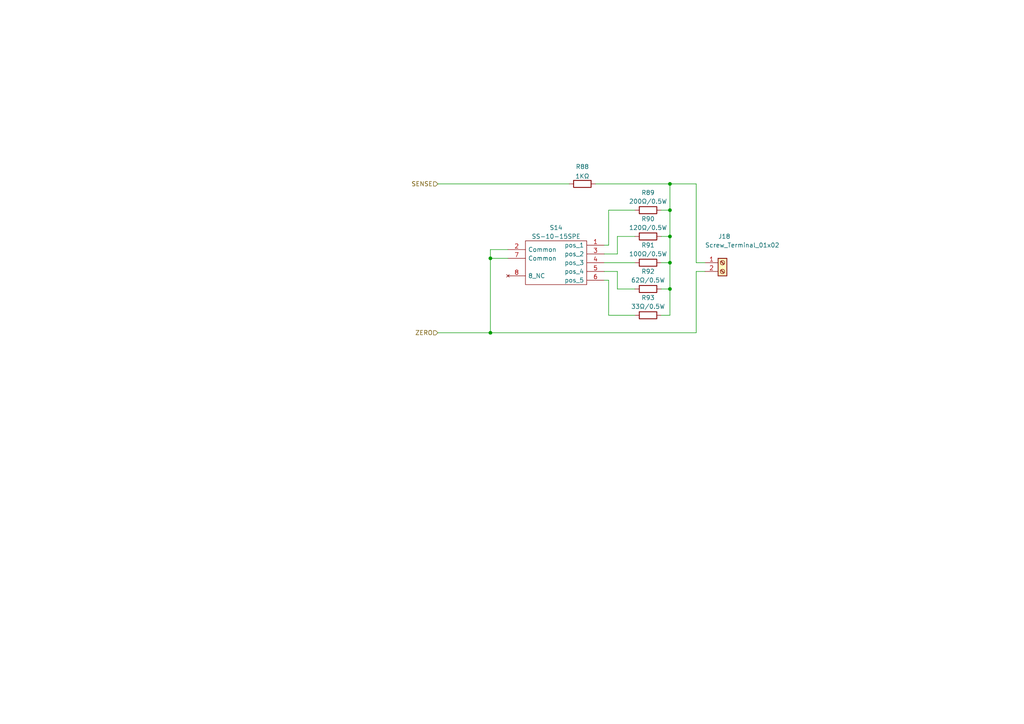
<source format=kicad_sch>
(kicad_sch (version 20211123) (generator eeschema)
  (paper "A4")
  (lib_symbols
    (symbol "Connector:Screw_Terminal_01x02" (pin_names (offset 1.016) hide)
      (property "Reference" "J" (at 0 2.54 0))
      (property "Value" "Screw_Terminal_01x02" (at 0 -5.08 0))
      (symbol "Screw_Terminal_01x02_1_1"
        (rectangle (start -1.27 1.27) (end 1.27 -3.81) (stroke (width 0.254)) (fill (type background)))
        (circle (center 0 -2.54) (radius 0.635) (stroke (width 0.1524)))
        (polyline (pts (xy -0.5334 -2.2098) (xy 0.3302 -3.048)) (stroke (width 0.1524)))
        (polyline (pts (xy -0.5334 0.3302) (xy 0.3302 -0.508)) (stroke (width 0.1524)))
        (polyline (pts (xy -0.3556 -2.032) (xy 0.508 -2.8702)) (stroke (width 0.1524)))
        (polyline (pts (xy -0.3556 0.508) (xy 0.508 -0.3302)) (stroke (width 0.1524)))
        (circle (center 0 0) (radius 0.635) (stroke (width 0.1524)))
        (pin passive line (at -5.08 0 0) (length 3.81) (name "Pin_1") (number "1"))
        (pin passive line (at -5.08 -2.54 0) (length 3.81) (name "Pin_2") (number "2"))
      )
    )
    (symbol "Device:R" (pin_numbers hide) (pin_names (offset 0))
      (property "Reference" "R" (at 2.032 0 90))
      (property "Value" "R" (at 0 0 90))
      (symbol "R_0_1"
        (rectangle (start -1.016 -2.54) (end 1.016 2.54) (stroke (width 0.254)))
      )
      (symbol "R_1_1"
        (pin passive line (at 0 3.81 270) (length 1.27) (name "~") (number "1"))
        (pin passive line (at 0 -3.81 90) (length 1.27) (name "~") (number "2"))
      )
    )
    (symbol "mylife-symbols:SS-10-15SPE" (pin_names (offset 0.762))
      (property "Reference" "S" (at -1.27 10.16 0))
      (property "Value" "SS-10-15SPE" (at -6.35 7.62 0))
      (symbol "SS-10-15SPE_0_0"
        (pin passive line (at 13.97 5.08 180) (length 5.08) (name "pos_1") (number "1"))
        (pin passive line (at -13.97 3.81 0) (length 5.08) (name "Common") (number "2"))
        (pin passive line (at 13.97 2.54 180) (length 5.08) (name "pos_2") (number "3"))
        (pin passive line (at 13.97 0 180) (length 5.08) (name "pos_3") (number "4"))
        (pin passive line (at 13.97 -2.54 180) (length 5.08) (name "pos_4") (number "5"))
        (pin passive line (at 13.97 -5.08 180) (length 5.08) (name "pos_5") (number "6"))
        (pin passive line (at -13.97 1.27 0) (length 5.08) (name "Common") (number "7"))
        (pin no_connect line (at -13.97 -3.81 0) (length 5.08) (name "8_NC") (number "8"))
      )
      (symbol "SS-10-15SPE_0_1"
        (polyline (pts (xy -8.89 6.35) (xy 8.89 6.35) (xy 8.89 -6.35) (xy -8.89 -6.35) (xy -8.89 6.35)) (stroke (width 0.1524)))
      )
    )
  )
  (junction (at 194.31 83.82))
  (junction (at 194.31 68.58))
  (junction (at 194.31 53.34))
  (junction (at 194.31 76.2))
  (junction (at 142.24 74.93))
  (junction (at 142.24 96.52))
  (junction (at 194.31 60.96))
  (wire (pts (xy 191.77 76.2) (xy 194.31 76.2)))
  (wire (pts (xy 179.07 78.74) (xy 179.07 83.82)))
  (wire (pts (xy 204.47 76.2) (xy 201.93 76.2)))
  (wire (pts (xy 176.53 60.96) (xy 176.53 71.12)))
  (wire (pts (xy 184.15 68.58) (xy 179.07 68.58)))
  (wire (pts (xy 175.26 73.66) (xy 179.07 73.66)))
  (wire (pts (xy 184.15 60.96) (xy 176.53 60.96)))
  (wire (pts (xy 194.31 91.44) (xy 194.31 83.82)))
  (wire (pts (xy 194.31 76.2) (xy 194.31 83.82)))
  (wire (pts (xy 191.77 91.44) (xy 194.31 91.44)))
  (wire (pts (xy 175.26 76.2) (xy 184.15 76.2)))
  (wire (pts (xy 194.31 53.34) (xy 194.31 60.96)))
  (wire (pts (xy 176.53 91.44) (xy 184.15 91.44)))
  (wire (pts (xy 179.07 68.58) (xy 179.07 73.66)))
  (wire (pts (xy 142.24 74.93) (xy 142.24 96.52)))
  (wire (pts (xy 176.53 81.28) (xy 176.53 91.44)))
  (wire (pts (xy 191.77 60.96) (xy 194.31 60.96)))
  (wire (pts (xy 194.31 83.82) (xy 191.77 83.82)))
  (wire (pts (xy 127 53.34) (xy 165.1 53.34)))
  (wire (pts (xy 179.07 83.82) (xy 184.15 83.82)))
  (wire (pts (xy 194.31 68.58) (xy 194.31 76.2)))
  (wire (pts (xy 191.77 68.58) (xy 194.31 68.58)))
  (wire (pts (xy 204.47 78.74) (xy 201.93 78.74)))
  (wire (pts (xy 142.24 72.39) (xy 142.24 74.93)))
  (wire (pts (xy 201.93 76.2) (xy 201.93 53.34)))
  (wire (pts (xy 175.26 81.28) (xy 176.53 81.28)))
  (wire (pts (xy 175.26 71.12) (xy 176.53 71.12)))
  (wire (pts (xy 142.24 72.39) (xy 147.32 72.39)))
  (wire (pts (xy 142.24 96.52) (xy 201.93 96.52)))
  (wire (pts (xy 194.31 53.34) (xy 201.93 53.34)))
  (wire (pts (xy 201.93 78.74) (xy 201.93 96.52)))
  (wire (pts (xy 142.24 74.93) (xy 147.32 74.93)))
  (wire (pts (xy 172.72 53.34) (xy 194.31 53.34)))
  (wire (pts (xy 175.26 78.74) (xy 179.07 78.74)))
  (wire (pts (xy 194.31 60.96) (xy 194.31 68.58)))
  (wire (pts (xy 127 96.52) (xy 142.24 96.52)))
  (hierarchical_label "ZERO" (shape input) (at 127 96.52 180))
  (hierarchical_label "SENSE" (shape input) (at 127 53.34 180))
  (symbol (lib_id "Device:R") (at 187.96 68.58 270)
    (property "Reference" "R90" (at 187.96 63.5 90))
    (property "Value" "120Ω/0.5W" (at 187.96 66.04 90))
    (property "Footprint" "Resistor_SMD:R_0805_2012Metric" (effects hide))
    (property "Datasheet" "https://datasheet.lcsc.com/lcsc/2005182016_PANASONIC-ERJP06F1200V_C543533.pdf" (effects hide))
    (property "LCSC" "C543533" (effects hide))
  )
  (symbol (lib_id "Device:R") (at 187.96 83.82 270)
    (property "Reference" "R92" (at 187.96 78.74 90))
    (property "Value" "62Ω/0.5W" (at 187.96 81.28 90))
    (property "Footprint" "Resistor_SMD:R_0805_2012Metric" (effects hide))
    (property "Datasheet" "https://datasheet.lcsc.com/lcsc/2007231205_UNI-ROYAL-Uniroyal-Elec-AS05W2J0620T5E_C560547.pdf" (effects hide))
    (property "LCSC" "C560547" (effects hide))
  )
  (symbol (lib_id "Device:R") (at 168.91 53.34 90)
    (property "Reference" "R88" (at 168.91 48.3575 90))
    (property "Value" "1KΩ" (at 168.91 51.1326 90))
    (property "Footprint" "Resistor_SMD:R_0603_1608Metric" (effects hide))
    (property "Datasheet" "https://datasheet.lcsc.com/lcsc/2206010130_UNI-ROYAL-Uniroyal-Elec-0603WAF1001T5E_C21190.pdf" (effects hide))
    (property "LCSC" "C21190" (effects hide))
  )
  (symbol (lib_id "Connector:Screw_Terminal_01x02") (at 209.55 76.2 0)
    (property "Reference" "J18" (at 208.28 68.58 0) (effects (justify left)))
    (property "Value" "Screw_Terminal_01x02" (at 204.47 71.12 0) (effects (justify left)))
    (property "Footprint" "mylife-footprints:RS PRO Terminal Small x2" (effects hide))
    (property "Datasheet" "https://docs.rs-online.com/90f4/0900766b8157c7e9.pdf" (effects hide))
  )
  (symbol (lib_id "Device:R") (at 187.96 60.96 270)
    (property "Reference" "R89" (at 187.96 55.88 90))
    (property "Value" "200Ω/0.5W" (at 187.96 58.42 90))
    (property "Footprint" "Resistor_SMD:R_0805_2012Metric" (effects hide))
    (property "Datasheet" "https://datasheet.lcsc.com/lcsc/2007231205_UNI-ROYAL-Uniroyal-Elec-AS05W2J0201T5E_C560506.pdf" (effects hide))
    (property "LCSC" "C560506" (effects hide))
  )
  (symbol (lib_id "mylife-symbols:SS-10-15SPE") (at 161.29 76.2 0)
    (property "Reference" "S14" (at 161.29 66.04 0))
    (property "Value" "SS-10-15SPE" (at 161.29 68.58 0))
    (property "Footprint" "mylife-footprints:RS PRO SS-10-15SPE" (effects hide))
    (property "Datasheet" "https://www.nidec-copal-electronics.com/e/catalog/switch/ss-10&s-2050.pdf" (effects hide))
    (property "Description" "NIDEC COPAL ELECTRONICS - SS-10-15SPE - ROTARY SWITCH, SP5T, 0.1A, 5VDC, TH" (effects hide))
    (property "Height" "7" (effects hide))
    (property "Manufacturer_Name" "Copal Electronics" (effects hide))
    (property "Manufacturer_Part_Number" "SS-10-15SPE" (effects hide))
  )
  (symbol (lib_id "Device:R") (at 187.96 91.44 270)
    (property "Reference" "R93" (at 187.96 86.36 90))
    (property "Value" "33Ω/0.5W" (at 187.96 88.9 90))
    (property "Footprint" "Resistor_SMD:R_0805_2012Metric" (effects hide))
    (property "Datasheet" "https://datasheet.lcsc.com/lcsc/2007231205_UNI-ROYAL-Uniroyal-Elec-AS05W2J0330T5E_C560522.pdf" (effects hide))
    (property "LCSC" "C560522" (effects hide))
  )
  (symbol (lib_id "Device:R") (at 187.96 76.2 270)
    (property "Reference" "R91" (at 187.96 71.12 90))
    (property "Value" "100Ω/0.5W" (at 187.96 73.66 90))
    (property "Footprint" "Resistor_SMD:R_0805_2012Metric" (effects hide))
    (property "Datasheet" "https://datasheet.lcsc.com/lcsc/1912111437_PANASONIC-ERJP06J101V_C417003.pdf" (effects hide))
    (property "LCSC" "C417003" (effects hide))
  )
)
</source>
